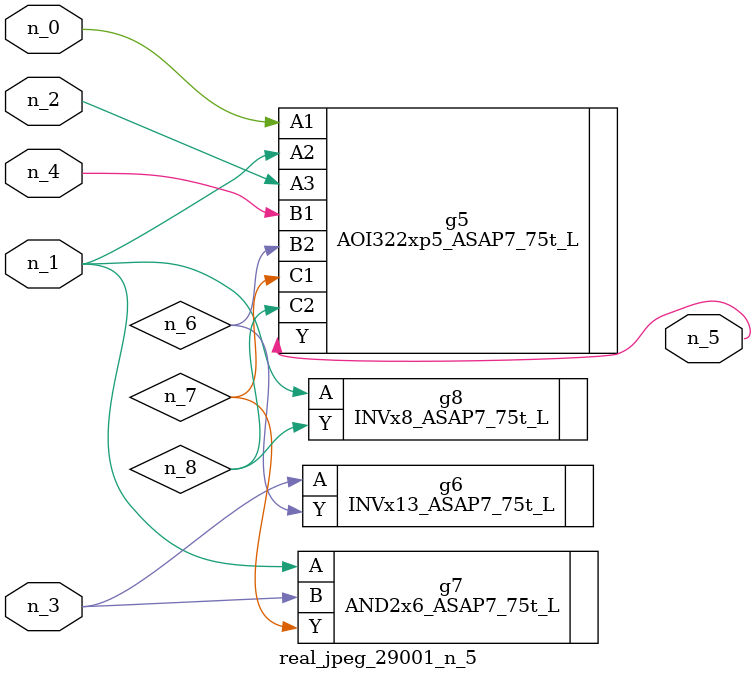
<source format=v>
module real_jpeg_29001_n_5 (n_4, n_0, n_1, n_2, n_3, n_5);

input n_4;
input n_0;
input n_1;
input n_2;
input n_3;

output n_5;

wire n_8;
wire n_6;
wire n_7;

AOI322xp5_ASAP7_75t_L g5 ( 
.A1(n_0),
.A2(n_1),
.A3(n_2),
.B1(n_4),
.B2(n_6),
.C1(n_7),
.C2(n_8),
.Y(n_5)
);

AND2x6_ASAP7_75t_L g7 ( 
.A(n_1),
.B(n_3),
.Y(n_7)
);

INVx8_ASAP7_75t_L g8 ( 
.A(n_1),
.Y(n_8)
);

INVx13_ASAP7_75t_L g6 ( 
.A(n_3),
.Y(n_6)
);


endmodule
</source>
